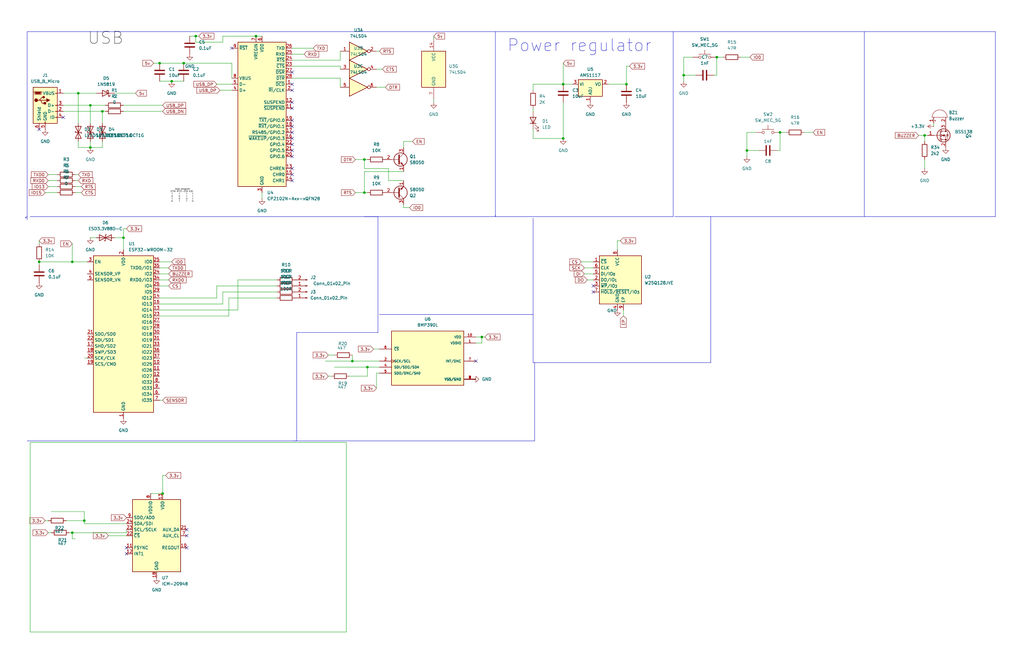
<source format=kicad_sch>
(kicad_sch (version 20250114) (generator "eeschema") (generator_version "9.0")
  (paper "USLedger")
  (text "Power regulator" (at 244.348 19.304 0) (effects (font (size 5.08 5.08))))
  (junction (at 67.31 26.67))
  (junction (at 153.67 67.31))
  (junction (at 148.59 152.4))
  (junction (at 237.49 58.42))
  (junction (at 328.93 55.88))
  (junction (at 33.02 39.37))
  (junction (at 77.47 26.67))
  (junction (at 35.56 219.71))
  (junction (at 107.95 15.24))
  (junction (at 30.48 224.79))
  (junction (at 38.1 62.23))
  (junction (at 16.51 110.49))
  (junction (at 264.16 35.56))
  (junction (at 30.48 110.49))
  (junction (at 72.39 34.29))
  (junction (at 153.67 81.28))
  (junction (at 154.94 154.94))
  (junction (at 68.58 208.28))
  (junction (at 302.26 24.13))
  (junction (at 38.1 44.45))
  (junction (at 203.2 142.24))
  (junction (at 389.89 57.15))
  (junction (at 237.49 35.56))
  (junction (at 82.55 15.24))
  (junction (at 314.96 63.5))
  (junction (at 52.07 100.33))
  (junction (at 288.29 31.75))
  (junction (at 43.18 46.99))
  (no_connect (at 53.34 233.68))
  (no_connect (at 123.19 60.96))
  (no_connect (at 123.19 63.5))
  (no_connect (at 123.19 66.04))
  (no_connect (at 26.67 49.53))
  (no_connect (at 123.19 30.48))
  (no_connect (at 200.66 152.4))
  (no_connect (at 16.51 54.61))
  (no_connect (at 78.74 223.52))
  (no_connect (at 123.19 43.18))
  (no_connect (at 97.79 20.32))
  (no_connect (at 123.19 35.56))
  (no_connect (at 123.19 38.1))
  (no_connect (at 78.74 226.06))
  (no_connect (at 123.19 58.42))
  (no_connect (at 78.74 231.14))
  (no_connect (at 250.19 123.19))
  (no_connect (at 123.19 53.34))
  (no_connect (at 123.19 76.2))
  (no_connect (at 123.19 73.66))
  (no_connect (at 123.19 50.8))
  (no_connect (at 53.34 231.14))
  (no_connect (at 123.19 71.12))
  (no_connect (at 123.19 45.72))
  (no_connect (at 123.19 55.88))
  (no_connect (at 250.19 120.65))
  (wire (pts (xy 33.02 62.23) (xy 38.1 62.23)))
  (wire (pts (xy 45.72 226.06) (xy 53.34 226.06)))
  (wire (pts (xy 203.2 142.24) (xy 204.47 142.24)))
  (wire (pts (xy 163.83 76.2) (xy 163.83 71.12)))
  (polyline (pts (xy 125.095 186.055) (xy 125.095 140.335)))
  (wire (pts (xy 53.34 223.52) (xy 53.34 224.79)))
  (wire (pts (xy 314.96 55.88) (xy 314.96 63.5)))
  (wire (pts (xy 246.38 113.03) (xy 250.19 113.03)))
  (wire (pts (xy 123.19 27.94) (xy 143.51 27.94)))
  (wire (pts (xy 327.66 63.5) (xy 328.93 63.5)))
  (wire (pts (xy 92.71 38.1) (xy 97.79 38.1)))
  (wire (pts (xy 107.95 15.24) (xy 93.98 15.24)))
  (wire (pts (xy 100.33 118.11) (xy 116.84 118.11)))
  (wire (pts (xy 30.48 110.49) (xy 36.83 110.49)))
  (wire (pts (xy 91.44 120.65) (xy 91.44 125.73)))
  (wire (pts (xy 246.38 115.57) (xy 250.19 115.57)))
  (wire (pts (xy 200.66 160.02) (xy 199.39 160.02)))
  (wire (pts (xy 163.83 71.12) (xy 153.67 71.12)))
  (wire (pts (xy 260.35 101.6) (xy 261.62 101.6)))
  (polyline (pts (xy 224.79 92.075) (xy 224.79 153.035)))
  (wire (pts (xy 31.75 227.33) (xy 30.48 227.33)))
  (wire (pts (xy 153.67 67.31) (xy 154.94 67.31)))
  (polyline (pts (xy 283.845 91.44) (xy 208.915 91.44)))
  (wire (pts (xy 38.1 44.45) (xy 38.1 52.07)))
  (wire (pts (xy 264.16 27.94) (xy 264.16 35.56)))
  (wire (pts (xy 265.43 27.94) (xy 264.16 27.94)))
  (wire (pts (xy 160.02 21.59) (xy 158.75 21.59)))
  (wire (pts (xy 162.56 36.83) (xy 158.75 36.83)))
  (wire (pts (xy 34.29 78.74) (xy 31.75 78.74)))
  (wire (pts (xy 30.48 224.79) (xy 29.21 224.79)))
  (wire (pts (xy 34.29 81.28) (xy 31.75 81.28)))
  (wire (pts (xy 170.18 76.2) (xy 163.83 76.2)))
  (wire (pts (xy 237.49 43.18) (xy 237.49 58.42)))
  (wire (pts (xy 30.48 102.87) (xy 30.48 110.49)))
  (polyline (pts (xy 419.735 91.44) (xy 419.735 13.335)))
  (wire (pts (xy 16.51 110.49) (xy 16.51 111.76)))
  (wire (pts (xy 20.32 78.74) (xy 24.13 78.74)))
  (wire (pts (xy 172.72 87.63) (xy 170.18 87.63)))
  (polyline (pts (xy 224.79 153.035) (xy 299.72 153.035)))
  (wire (pts (xy 173.99 59.69) (xy 170.18 59.69)))
  (wire (pts (xy 224.79 35.56) (xy 237.49 35.56)))
  (wire (pts (xy 224.79 58.42) (xy 237.49 58.42)))
  (wire (pts (xy 68.58 200.66) (xy 68.58 208.28)))
  (wire (pts (xy 19.05 219.71) (xy 20.32 219.71)))
  (polyline (pts (xy 364.49 91.44) (xy 364.49 13.335)))
  (wire (pts (xy 68.58 44.45) (xy 52.07 44.45)))
  (wire (pts (xy 97.79 26.67) (xy 97.79 33.02)))
  (wire (pts (xy 138.43 149.86) (xy 140.97 149.86)))
  (wire (pts (xy 110.49 15.24) (xy 107.95 15.24)))
  (wire (pts (xy 312.42 24.13) (xy 316.23 24.13)))
  (wire (pts (xy 93.98 15.24) (xy 93.98 17.78)))
  (polyline (pts (xy 208.915 13.335) (xy 283.845 13.335)))
  (wire (pts (xy 26.67 39.37) (xy 33.02 39.37)))
  (wire (pts (xy 157.48 147.32) (xy 160.02 147.32)))
  (wire (pts (xy 19.05 81.28) (xy 24.13 81.28)))
  (wire (pts (xy 300.99 31.75) (xy 302.26 31.75)))
  (wire (pts (xy 123.19 33.02) (xy 143.51 33.02)))
  (wire (pts (xy 149.86 67.31) (xy 153.67 67.31)))
  (wire (pts (xy 69.85 200.66) (xy 68.58 200.66)))
  (polyline (pts (xy 12.7 91.44) (xy 208.915 91.44)))
  (wire (pts (xy 237.49 35.56) (xy 241.3 35.56)))
  (wire (pts (xy 33.02 39.37) (xy 40.64 39.37)))
  (wire (pts (xy 33.02 59.69) (xy 33.02 62.23)))
  (wire (pts (xy 63.5 208.28) (xy 68.58 208.28)))
  (wire (pts (xy 153.67 72.39) (xy 153.67 81.28)))
  (wire (pts (xy 302.26 24.13) (xy 304.8 24.13)))
  (wire (pts (xy 224.79 54.61) (xy 224.79 58.42)))
  (wire (pts (xy 154.94 154.94) (xy 154.94 158.75)))
  (wire (pts (xy 146.05 266.7) (xy 12.7 266.7)))
  (wire (pts (xy 143.51 27.94) (xy 143.51 29.21)))
  (polyline (pts (xy 284.48 91.44) (xy 364.49 91.44)))
  (wire (pts (xy 182.88 41.91) (xy 182.88 43.18)))
  (wire (pts (xy 170.18 87.63) (xy 170.18 86.36)))
  (polyline (pts (xy 11.43 91.44) (xy 10.795 92.075)))
  (wire (pts (xy 52.07 100.33) (xy 52.07 105.41)))
  (wire (pts (xy 82.55 17.78) (xy 82.55 15.24)))
  (wire (pts (xy 38.1 100.33) (xy 40.64 100.33)))
  (polyline (pts (xy 159.385 91.44) (xy 153.67 91.44)))
  (wire (pts (xy 143.51 25.4) (xy 143.51 21.59)))
  (wire (pts (xy 44.45 46.99) (xy 43.18 46.99)))
  (wire (pts (xy 12.7 186.69) (xy 146.05 186.69)))
  (wire (pts (xy 389.89 67.31) (xy 389.89 71.12)))
  (wire (pts (xy 33.02 73.66) (xy 31.75 73.66)))
  (wire (pts (xy 83.82 15.24) (xy 82.55 15.24)))
  (wire (pts (xy 35.56 215.9) (xy 35.56 219.71)))
  (polyline (pts (xy 208.915 91.44) (xy 208.915 13.335)))
  (wire (pts (xy 116.84 120.65) (xy 91.44 120.65)))
  (wire (pts (xy 64.77 26.67) (xy 67.31 26.67)))
  (wire (pts (xy 96.52 133.35) (xy 96.52 125.73)))
  (wire (pts (xy 20.32 73.66) (xy 24.13 73.66)))
  (wire (pts (xy 224.79 38.1) (xy 224.79 35.56)))
  (wire (pts (xy 52.07 96.52) (xy 52.07 100.33)))
  (wire (pts (xy 48.26 100.33) (xy 52.07 100.33)))
  (wire (pts (xy 68.58 168.91) (xy 67.31 168.91)))
  (wire (pts (xy 67.31 130.81) (xy 100.33 130.81)))
  (wire (pts (xy 93.98 128.27) (xy 93.98 123.19)))
  (wire (pts (xy 314.96 63.5) (xy 320.04 63.5)))
  (polyline (pts (xy 283.845 13.335) (xy 283.845 91.44)))
  (wire (pts (xy 161.29 29.21) (xy 158.75 29.21)))
  (wire (pts (xy 20.32 76.2) (xy 24.13 76.2)))
  (wire (pts (xy 33.02 76.2) (xy 31.75 76.2)))
  (wire (pts (xy 318.77 55.88) (xy 314.96 55.88)))
  (polyline (pts (xy 11.43 186.055) (xy 125.095 186.055)))
  (wire (pts (xy 148.59 149.86) (xy 148.59 152.4)))
  (wire (pts (xy 245.11 110.49) (xy 250.19 110.49)))
  (wire (pts (xy 71.12 120.65) (xy 67.31 120.65)))
  (wire (pts (xy 72.39 110.49) (xy 67.31 110.49)))
  (wire (pts (xy 67.31 34.29) (xy 72.39 34.29)))
  (wire (pts (xy 247.65 118.11) (xy 250.19 118.11)))
  (wire (pts (xy 328.93 55.88) (xy 331.47 55.88)))
  (wire (pts (xy 224.79 46.99) (xy 224.79 45.72)))
  (wire (pts (xy 16.51 110.49) (xy 30.48 110.49)))
  (polyline (pts (xy 11.43 13.335) (xy 11.43 92.71)))
  (wire (pts (xy 389.89 57.15) (xy 391.16 57.15)))
  (wire (pts (xy 91.44 35.56) (xy 97.79 35.56)))
  (polyline (pts (xy 208.915 91.44) (xy 208.915 90.805)))
  (wire (pts (xy 91.44 125.73) (xy 67.31 125.73)))
  (wire (pts (xy 57.15 39.37) (xy 48.26 39.37)))
  (wire (pts (xy 53.34 224.79) (xy 30.48 224.79)))
  (wire (pts (xy 35.56 151.13) (xy 36.83 151.13)))
  (wire (pts (xy 71.12 113.03) (xy 67.31 113.03)))
  (wire (pts (xy 20.32 224.79) (xy 21.59 224.79)))
  (wire (pts (xy 43.18 59.69) (xy 43.18 62.23)))
  (wire (pts (xy 44.45 44.45) (xy 38.1 44.45)))
  (wire (pts (xy 30.48 227.33) (xy 30.48 224.79)))
  (wire (pts (xy 387.35 57.15) (xy 389.89 57.15)))
  (wire (pts (xy 100.33 130.81) (xy 100.33 118.11)))
  (wire (pts (xy 77.47 26.67) (xy 97.79 26.67)))
  (wire (pts (xy 182.88 15.24) (xy 182.88 16.51)))
  (wire (pts (xy 264.16 35.56) (xy 256.54 35.56)))
  (wire (pts (xy 38.1 44.45) (xy 26.67 44.45)))
  (wire (pts (xy 123.19 25.4) (xy 143.51 25.4)))
  (polyline (pts (xy 225.425 153.035) (xy 225.425 186.055)))
  (wire (pts (xy 262.89 133.35) (xy 262.89 130.81)))
  (wire (pts (xy 137.16 152.4) (xy 148.59 152.4)))
  (wire (pts (xy 52.07 46.99) (xy 68.58 46.99)))
  (wire (pts (xy 288.29 24.13) (xy 288.29 31.75)))
  (wire (pts (xy 21.59 215.9) (xy 35.56 215.9)))
  (wire (pts (xy 170.18 59.69) (xy 170.18 62.23)))
  (wire (pts (xy 148.59 152.4) (xy 160.02 152.4)))
  (wire (pts (xy 143.51 33.02) (xy 143.51 36.83)))
  (wire (pts (xy 170.18 72.39) (xy 153.67 72.39)))
  (wire (pts (xy 302.26 31.75) (xy 302.26 24.13)))
  (wire (pts (xy 288.29 31.75) (xy 293.37 31.75)))
  (wire (pts (xy 154.94 158.75) (xy 147.32 158.75)))
  (wire (pts (xy 132.08 20.32) (xy 123.19 20.32)))
  (wire (pts (xy 153.67 71.12) (xy 153.67 67.31)))
  (wire (pts (xy 149.86 81.28) (xy 153.67 81.28)))
  (polyline (pts (xy 125.095 140.335) (xy 159.385 140.335)))
  (wire (pts (xy 292.1 24.13) (xy 288.29 24.13)))
  (polyline (pts (xy 123.825 186.055) (xy 225.425 186.055)))
  (wire (pts (xy 260.35 105.41) (xy 260.35 101.6)))
  (wire (pts (xy 53.34 220.98) (xy 35.56 220.98)))
  (wire (pts (xy 38.1 59.69) (xy 38.1 62.23)))
  (wire (pts (xy 43.18 62.23) (xy 38.1 62.23)))
  (polyline (pts (xy 419.735 13.335) (xy 364.49 13.335)))
  (wire (pts (xy 288.29 31.75) (xy 288.29 34.29)))
  (wire (pts (xy 123.19 22.86) (xy 128.27 22.86)))
  (wire (pts (xy 203.2 144.78) (xy 203.2 142.24)))
  (wire (pts (xy 154.94 154.94) (xy 160.02 154.94)))
  (wire (pts (xy 67.31 26.67) (xy 77.47 26.67)))
  (wire (pts (xy 67.31 133.35) (xy 96.52 133.35)))
  (wire (pts (xy 67.31 118.11) (xy 71.12 118.11)))
  (wire (pts (xy 146.05 186.69) (xy 146.05 266.7)))
  (wire (pts (xy 200.66 142.24) (xy 203.2 142.24)))
  (wire (pts (xy 67.31 115.57) (xy 71.12 115.57)))
  (wire (pts (xy 43.18 46.99) (xy 43.18 52.07)))
  (wire (pts (xy 153.67 81.28) (xy 154.94 81.28)))
  (polyline (pts (xy 160.02 132.715) (xy 224.79 132.715)))
  (wire (pts (xy 393.7 52.07) (xy 393.7 53.34)))
  (wire (pts (xy 160.02 157.48) (xy 158.75 157.48)))
  (wire (pts (xy 93.98 17.78) (xy 82.55 17.78)))
  (wire (pts (xy 53.34 96.52) (xy 52.07 96.52)))
  (wire (pts (xy 96.52 125.73) (xy 116.84 125.73)))
  (wire (pts (xy 110.49 81.28) (xy 110.49 83.82)))
  (wire (pts (xy 200.66 144.78) (xy 203.2 144.78)))
  (wire (pts (xy 82.55 15.24) (xy 80.01 15.24)))
  (polyline (pts (xy 364.49 91.44) (xy 419.735 91.44)))
  (polyline (pts (xy 364.49 13.335) (xy 283.845 13.335)))
  (wire (pts (xy 314.96 63.5) (xy 314.96 66.04)))
  (wire (pts (xy 72.39 34.29) (xy 77.47 34.29)))
  (polyline (pts (xy 10.795 91.44) (xy 10.795 92.075)))
  (wire (pts (xy 328.93 63.5) (xy 328.93 55.88)))
  (wire (pts (xy 237.49 26.67) (xy 237.49 35.56)))
  (polyline (pts (xy 299.72 153.035) (xy 299.72 91.44)))
  (wire (pts (xy 43.18 46.99) (xy 26.67 46.99)))
  (wire (pts (xy 12.7 266.7) (xy 12.7 186.69)))
  (wire (pts (xy 35.56 219.71) (xy 27.94 219.71)))
  (wire (pts (xy 93.98 123.19) (xy 116.84 123.19)))
  (wire (pts (xy 67.31 128.27) (xy 93.98 128.27)))
  (wire (pts (xy 35.56 220.98) (xy 35.56 219.71)))
  (wire (pts (xy 158.75 157.48) (xy 158.75 163.83)))
  (polyline (pts (xy 159.385 140.335) (xy 159.385 91.44)))
  (wire (pts (xy 138.43 158.75) (xy 139.7 158.75)))
  (wire (pts (xy 16.51 102.87) (xy 16.51 101.6)))
  (polyline (pts (xy 208.915 13.335) (xy 11.43 13.335)))
  (wire (pts (xy 33.02 39.37) (xy 33.02 52.07)))
  (wire (pts (xy 389.89 57.15) (xy 389.89 59.69)))
  (wire (pts (xy 339.09 55.88) (xy 342.9 55.88)))
  (wire (pts (xy 140.97 154.94) (xy 154.94 154.94)))
  (image (at 77.47 82.55) (scale 0.260315))
  (label "USB" (at 36.83 20.32 0) (effects (font (size 5.08 5.08))))
  (global_label "DI" (shape input) (at 246.38 115.57 180) (property "Intersheetrefs" "${INTERSHEET_REFS}" (effects (hide yes))))
  (global_label "5v" (shape input) (at 64.77 26.67 180) (property "Intersheetrefs" "${INTERSHEET_REFS}" (effects (hide yes))))
  (global_label "3.3v" (shape input) (at 261.62 101.6 0) (property "Intersheetrefs" "${INTERSHEET_REFS}" (effects (hide yes))))
  (global_label "5v" (shape input) (at 182.88 15.24 0) (property "Intersheetrefs" "${INTERSHEET_REFS}" (effects (hide yes))))
  (global_label "IO15" (shape input) (at 19.05 81.28 180) (property "Intersheetrefs" "${INTERSHEET_REFS}" (effects (hide yes))))
  (global_label "TXD0" (shape input) (at 20.32 73.66 180) (property "Intersheetrefs" "${INTERSHEET_REFS}" (effects (hide yes))))
  (global_label "3.3v" (shape input) (at 53.34 96.52 0) (property "Intersheetrefs" "${INTERSHEET_REFS}" (effects (hide yes))))
  (global_label "3.3v" (shape input) (at 157.48 147.32 180) (property "Intersheetrefs" "${INTERSHEET_REFS}" (effects (hide yes))))
  (global_label "3.3v" (shape input) (at 69.85 200.66 0) (property "Intersheetrefs" "${INTERSHEET_REFS}" (effects (hide yes))))
  (global_label "RTS" (shape input) (at 34.29 78.74 0) (property "Intersheetrefs" "${INTERSHEET_REFS}" (effects (hide yes))))
  (global_label "EN" (shape input) (at 342.9 55.88 0) (property "Intersheetrefs" "${INTERSHEET_REFS}" (effects (hide yes))))
  (global_label "SENSOR" (shape input) (at 68.58 168.91 0) (property "Intersheetrefs" "${INTERSHEET_REFS}" (effects (hide yes))))
  (global_label "USB_DN" (shape input) (at 68.58 46.99 0) (property "Intersheetrefs" "${INTERSHEET_REFS}" (effects (hide yes))))
  (global_label "3.3v" (shape input) (at 204.47 142.24 0) (property "Intersheetrefs" "${INTERSHEET_REFS}" (effects (hide yes))))
  (global_label "5v" (shape input) (at 57.15 39.37 0) (property "Intersheetrefs" "${INTERSHEET_REFS}" (effects (hide yes))))
  (global_label "RXD0" (shape input) (at 20.32 76.2 180) (property "Intersheetrefs" "${INTERSHEET_REFS}" (effects (hide yes))))
  (global_label "3.3v" (shape input) (at 45.72 226.06 180) (property "Intersheetrefs" "${INTERSHEET_REFS}" (effects (hide yes))))
  (global_label "DTR" (shape input) (at 162.56 36.83 0) (property "Intersheetrefs" "${INTERSHEET_REFS}" (effects (hide yes))))
  (global_label "TXD0" (shape input) (at 71.12 113.03 0) (property "Intersheetrefs" "${INTERSHEET_REFS}" (effects (hide yes))))
  (global_label "CTS" (shape input) (at 34.29 81.28 0) (property "Intersheetrefs" "${INTERSHEET_REFS}" (effects (hide yes))))
  (global_label "IO0" (shape input) (at 316.23 24.13 0) (property "Intersheetrefs" "${INTERSHEET_REFS}" (effects (hide yes))))
  (global_label "CS" (shape input) (at 245.11 110.49 180) (property "Intersheetrefs" "${INTERSHEET_REFS}" (effects (hide yes))))
  (global_label "IO13" (shape input) (at 20.32 78.74 180) (property "Intersheetrefs" "${INTERSHEET_REFS}" (effects (hide yes))))
  (global_label "TXD" (shape input) (at 132.08 20.32 0) (property "Intersheetrefs" "${INTERSHEET_REFS}" (effects (hide yes))))
  (global_label "BUZZER" (shape input) (at 71.12 115.57 0) (property "Intersheetrefs" "${INTERSHEET_REFS}" (effects (hide yes))))
  (global_label "3.3v" (shape input) (at 16.51 101.6 0) (property "Intersheetrefs" "${INTERSHEET_REFS}" (effects (hide yes))))
  (global_label "3.3v" (shape input) (at 138.43 149.86 180) (property "Intersheetrefs" "${INTERSHEET_REFS}" (effects (hide yes))))
  (global_label "USB_DP" (shape input) (at 91.44 35.56 180) (property "Intersheetrefs" "${INTERSHEET_REFS}" (effects (hide yes))))
  (global_label "5v" (shape input) (at 237.49 26.67 0) (property "Intersheetrefs" "${INTERSHEET_REFS}" (effects (hide yes))))
  (global_label "CTS" (shape input) (at 161.29 29.21 0) (property "Intersheetrefs" "${INTERSHEET_REFS}" (effects (hide yes))))
  (global_label "RXD" (shape input) (at 128.27 22.86 0) (property "Intersheetrefs" "${INTERSHEET_REFS}" (effects (hide yes))))
  (global_label "3.3v" (shape input) (at 138.43 158.75 180) (property "Intersheetrefs" "${INTERSHEET_REFS}" (effects (hide yes))))
  (global_label "RTS" (shape input) (at 149.86 81.28 180) (property "Intersheetrefs" "${INTERSHEET_REFS}" (effects (hide yes))))
  (global_label "DTR" (shape input) (at 149.86 67.31 180) (property "Intersheetrefs" "${INTERSHEET_REFS}" (effects (hide yes))))
  (global_label "EP" (shape input) (at 262.89 133.35 270) (property "Intersheetrefs" "${INTERSHEET_REFS}" (effects (hide yes))))
  (global_label "RTS" (shape input) (at 160.02 21.59 0) (property "Intersheetrefs" "${INTERSHEET_REFS}" (effects (hide yes))))
  (global_label "CS" (shape input) (at 71.12 120.65 0) (property "Intersheetrefs" "${INTERSHEET_REFS}" (effects (hide yes))))
  (global_label "RXD0" (shape input) (at 71.12 118.11 0) (property "Intersheetrefs" "${INTERSHEET_REFS}" (effects (hide yes))))
  (global_label "BUZZER" (shape input) (at 387.35 57.15 180) (property "Intersheetrefs" "${INTERSHEET_REFS}" (effects (hide yes))))
  (global_label "3.3v" (shape input) (at 20.32 224.79 180) (property "Intersheetrefs" "${INTERSHEET_REFS}" (effects (hide yes))))
  (global_label "USB_DP" (shape input) (at 92.71 38.1 180) (property "Intersheetrefs" "${INTERSHEET_REFS}" (effects (hide yes))))
  (global_label "3.3v" (shape input) (at 158.75 163.83 180) (property "Intersheetrefs" "${INTERSHEET_REFS}" (effects (hide yes))))
  (global_label "IO0" (shape input) (at 72.39 110.49 0) (property "Intersheetrefs" "${INTERSHEET_REFS}" (effects (hide yes))))
  (global_label "EN" (shape input) (at 173.99 59.69 0) (property "Intersheetrefs" "${INTERSHEET_REFS}" (effects (hide yes))))
  (global_label "SCK" (shape input) (at 246.38 113.03 180) (property "Intersheetrefs" "${INTERSHEET_REFS}" (effects (hide yes))))
  (global_label "IO0" (shape input) (at 172.72 87.63 0) (property "Intersheetrefs" "${INTERSHEET_REFS}" (effects (hide yes))))
  (global_label "RXD" (shape input) (at 33.02 76.2 0) (property "Intersheetrefs" "${INTERSHEET_REFS}" (effects (hide yes))))
  (global_label "EN" (shape input) (at 30.48 102.87 180) (property "Intersheetrefs" "${INTERSHEET_REFS}" (effects (hide yes))))
  (global_label "3.3v" (shape input) (at 53.34 218.44 180) (property "Intersheetrefs" "${INTERSHEET_REFS}" (effects (hide yes))))
  (global_label "TXD" (shape input) (at 33.02 73.66 0) (property "Intersheetrefs" "${INTERSHEET_REFS}" (effects (hide yes))))
  (global_label "USB_DP" (shape input) (at 68.58 44.45 0) (property "Intersheetrefs" "${INTERSHEET_REFS}" (effects (hide yes))))
  (global_label "DO" (shape input) (at 247.65 118.11 180) (property "Intersheetrefs" "${INTERSHEET_REFS}" (effects (hide yes))))
  (global_label "3.3v" (shape input) (at 265.43 27.94 0) (property "Intersheetrefs" "${INTERSHEET_REFS}" (effects (hide yes))))
  (global_label "3.3v" (shape input) (at 19.05 219.71 180) (property "Intersheetrefs" "${INTERSHEET_REFS}" (effects (hide yes))))
  (global_label "3.3v" (shape input) (at 83.82 15.24 0) (property "Intersheetrefs" "${INTERSHEET_REFS}" (effects (hide yes))))
  (symbol (lib_id "Device:R") (at 25.4 224.79 90) (unit 1)
    (property "Reference" "R21" (at 26.416 227.838 90))
    (property "Value" "4k7" (at 26.162 229.362 90))
    (property "Footprint" "Resistor_SMD:R_0402_1005Metric" (effects (hide yes)))
    (property "Description" "Resistor" (effects (hide yes)))
  )
  (symbol (lib_id "power:GND") (at 398.78 62.23 0) (unit 1)
    (property "Reference" "#PWR070" (effects (hide yes)))
    (property "Value" "GND" (at 398.78 67.31 0))
    (property "Description" "Power symbol creates a global label with name \"GND\" , ground" (effects (hide yes)))
  )
  (symbol (lib_id "Device:R") (at 27.94 76.2 90) (unit 1)
    (property "Reference" "R5" (at 27.94 69.85 90))
    (property "Value" "0" (at 27.94 72.39 90))
    (property "Description" "Resistor" (effects (hide yes)))
  )
  (symbol (lib_id "power:+3.3V") (at 393.7 53.34 90) (unit 1)
    (property "Reference" "#PWR015" (effects (hide yes)))
    (property "Value" "+3.3V" (at 389.89 53.3399 90) (effects (justify left)))
    (property "Description" "Power symbol creates a global label with name \"+3.3V\"" (effects (hide yes)))
  )
  (symbol (lib_id "power:GND") (at 199.39 160.02 90) (unit 1)
    (property "Reference" "#PWR0168" (effects (hide yes)))
    (property "Value" "GND" (at 203.2 160.0199 90) (effects (justify right)))
    (property "Description" "Power symbol creates a global label with name \"GND\" , ground" (effects (hide yes)))
  )
  (symbol (lib_id "Device:R") (at 27.94 78.74 90) (unit 1)
    (property "Reference" "R6" (at 27.94 72.39 90))
    (property "Value" "0" (at 27.94 74.93 90))
    (property "Description" "Resistor" (effects (hide yes)))
  )
  (symbol (lib_id "Device:C") (at 77.47 30.48 0) (unit 1)
    (property "Reference" "C2" (at 81.28 29.2099 0) (effects (justify left)))
    (property "Value" "0.1uF" (at 81.28 31.7499 0) (effects (justify left)))
    (property "Description" "Unpolarized capacitor" (effects (hide yes)))
  )
  (symbol (lib_id "Device:R") (at 143.51 158.75 90) (unit 1)
    (property "Reference" "R19" (at 144.526 161.798 90))
    (property "Value" "4k7" (at 144.272 163.322 90))
    (property "Footprint" "Resistor_SMD:R_0402_1005Metric" (effects (hide yes)))
    (property "Description" "Resistor" (effects (hide yes)))
  )
  (symbol (lib_id "power:GND") (at 72.39 34.29 0) (unit 1)
    (property "Reference" "#PWR04" (effects (hide yes)))
    (property "Value" "GND" (at 72.39 39.37 0))
    (property "Description" "Power symbol creates a global label with name \"GND\" , ground" (effects (hide yes)))
  )
  (symbol (lib_id "Transistor_BJT:S8050") (at 167.64 81.28 0) (mirror x) (unit 1)
    (property "Reference" "Q2" (at 172.72 82.5501 0) (effects (justify left)))
    (property "Value" "S8050" (at 172.72 80.0101 0) (effects (justify left)))
    (property "Footprint" "Package_TO_SOT_THT:TO-92_Inline" (effects (hide yes)))
    (property "Datasheet" "http://www.unisonic.com.tw/datasheet/S8050.pdf" (effects (hide yes)))
    (property "Description" "0.7A Ic, 20V Vce, Low Voltage High Current NPN Transistor, TO-92" (effects (hide yes)))
  )
  (symbol (lib_id "power:GND") (at 80.01 22.86 0) (unit 1)
    (property "Reference" "#PWR09" (effects (hide yes)))
    (property "Value" "GND" (at 80.01 27.94 0))
    (property "Description" "Power symbol creates a global label with name \"GND\" , ground" (effects (hide yes)))
  )
  (symbol (lib_id "Connector:Conn_01x02_Pin") (at 129.54 120.65 180) (unit 1)
    (property "Reference" "J2" (at 132.08 117.094 0))
    (property "Value" "Conn_01x02_Pin" (at 139.954 119.634 0))
    (property "Description" "Generic connector, single row, 01x02, script generated" (effects (hide yes)))
  )
  (symbol (lib_id "Device:Buzzer") (at 396.24 49.53 90) (unit 1)
    (property "Reference" "BZ1" (at 400.05 47.5048 90) (effects (justify right)))
    (property "Value" "Buzzer" (at 400.05 50.0448 90) (effects (justify right)))
    (property "Footprint" "Buzzer_Beeper:MagneticBuzzer_Kingstate_KCG0601" (effects (hide yes)))
    (property "Description" "Buzzer, polarized" (effects (hide yes)))
  )
  (symbol (lib_id "Device:R") (at 120.65 125.73 90) (unit 1)
    (property "Reference" "R13" (at 120.65 119.38 90))
    (property "Value" "100R" (at 120.65 121.92 90))
    (property "Description" "Resistor" (effects (hide yes)))
  )
  (symbol (lib_id "power:GND") (at 314.96 66.04 0) (unit 1)
    (property "Reference" "#PWR014" (effects (hide yes)))
    (property "Value" "GND" (at 314.96 71.12 0))
    (property "Description" "Power symbol creates a global label with name \"GND\" , ground" (effects (hide yes)))
  )
  (symbol (lib_id "Device:R") (at 24.13 219.71 90) (unit 1)
    (property "Reference" "R22" (at 25.146 222.758 90))
    (property "Value" "4k7" (at 24.892 224.282 90))
    (property "Footprint" "Resistor_SMD:R_0402_1005Metric" (effects (hide yes)))
    (property "Description" "Resistor" (effects (hide yes)))
  )
  (symbol (lib_id "Device:R") (at 389.89 63.5 0) (unit 1)
    (property "Reference" "R34" (at 392.43 62.2299 0) (effects (justify left)))
    (property "Value" "2k2" (at 392.43 64.7699 0) (effects (justify left)))
    (property "Footprint" "Resistor_SMD:R_0402_1005Metric" (effects (hide yes)))
    (property "Description" "Resistor" (effects (hide yes)))
  )
  (symbol (lib_id "Device:R") (at 120.65 123.19 90) (unit 1)
    (property "Reference" "R12" (at 120.65 116.84 90))
    (property "Value" "100R" (at 120.65 119.38 90))
    (property "Description" "Resistor" (effects (hide yes)))
  )
  (symbol (lib_id "Device:R") (at 48.26 44.45 90) (unit 1)
    (property "Reference" "R1" (at 48.26 38.1 90))
    (property "Value" "0" (at 48.26 40.64 90))
    (property "Description" "Resistor" (effects (hide yes)))
  )
  (symbol (lib_id "power:GND") (at 52.07 176.53 0) (unit 1)
    (property "Reference" "#PWR010" (effects (hide yes)))
    (property "Value" "GND" (at 52.07 181.61 0))
    (property "Description" "Power symbol creates a global label with name \"GND\" , ground" (effects (hide yes)))
  )
  (symbol (lib_id "power:GND") (at 110.49 83.82 0) (unit 1)
    (property "Reference" "#PWR03" (effects (hide yes)))
    (property "Value" "GND" (at 110.49 88.9 0))
    (property "Description" "Power symbol creates a global label with name \"GND\" , ground" (effects (hide yes)))
  )
  (symbol (lib_id "power:GND") (at 182.88 43.18 0) (unit 1)
    (property "Reference" "#PWR05" (effects (hide yes)))
    (property "Value" "GND" (at 182.88 48.26 0))
    (property "Description" "Power symbol creates a global label with name \"GND\" , ground" (effects (hide yes)))
  )
  (symbol (lib_id "Device:C") (at 237.49 39.37 0) (unit 1)
    (property "Reference" "C3" (at 241.3 38.0999 0) (effects (justify left)))
    (property "Value" "10uF" (at 241.3 40.6399 0) (effects (justify left)))
    (property "Description" "Unpolarized capacitor" (effects (hide yes)))
  )
  (symbol (lib_id "power:GND") (at 66.04 243.84 0) (unit 1)
    (property "Reference" "#PWR016" (effects (hide yes)))
    (property "Value" "GND" (at 66.04 248.92 0))
    (property "Description" "Power symbol creates a global label with name \"GND\" , ground" (effects (hide yes)))
  )
  (symbol (lib_id "Device:R") (at 48.26 46.99 90) (unit 1)
    (property "Reference" "R2" (at 48.26 40.64 90))
    (property "Value" "0" (at 48.26 43.18 90))
    (property "Description" "Resistor" (effects (hide yes)))
  )
  (symbol (lib_id "Switch:SW_MEC_5G") (at 323.85 55.88 0) (unit 1)
    (property "Reference" "SW2" (at 323.85 48.26 0))
    (property "Value" "SW_MEC_5G" (at 323.85 50.8 0))
    (property "Datasheet" "http://www.apem.com/int/index.php?controller=attachment&id_attachment=488" (effects (hide yes)))
    (property "Description" "MEC 5G single pole normally-open tactile switch" (effects (hide yes)))
  )
  (symbol (lib_id "power:GND") (at 288.29 34.29 0) (unit 1)
    (property "Reference" "#PWR013" (effects (hide yes)))
    (property "Value" "GND" (at 288.29 39.37 0))
    (property "Description" "Power symbol creates a global label with name \"GND\" , ground" (effects (hide yes)))
  )
  (symbol (lib_id "Sensor_Motion:ICM-20948") (at 66.04 226.06 0) (unit 1)
    (property "Reference" "U7" (at 68.1833 243.84 0) (effects (justify left)))
    (property "Value" "ICM-20948" (at 68.1833 246.38 0) (effects (justify left)))
    (property "Footprint" "Sensor_Motion:InvenSense_QFN-24_3x3mm_P0.4mm" (effects (hide yes)))
    (property "Datasheet" "http://www.invensense.com/wp-content/uploads/2016/06/DS-000189-ICM-20948-v1.3.pdf" (effects (hide yes)))
    (property "Description" "InvenSense 9-Axis Motion Sensor, Accelerometer, Gyroscope, Compass, I2C/SPI, QFN-24" (effects (hide yes)))
  )
  (symbol (lib_id "power:GND") (at 16.51 119.38 0) (unit 1)
    (property "Reference" "#PWR011" (effects (hide yes)))
    (property "Value" "GND" (at 16.51 124.46 0))
    (property "Description" "Power symbol creates a global label with name \"GND\" , ground" (effects (hide yes)))
  )
  (symbol (lib_id "Device:D_TVS") (at 43.18 55.88 270) (unit 1)
    (property "Reference" "D4" (at 45.72 54.6099 90) (effects (justify left)))
    (property "Value" "LESD5D5.0CT1G" (at 45.72 57.1499 90) (effects (justify left)))
    (property "Description" "Bidirectional transient-voltage-suppression diode" (effects (hide yes)))
  )
  (symbol (lib_id "Regulator_Linear:AMS1117") (at 248.92 35.56 0) (unit 1)
    (property "Reference" "U5" (at 248.92 29.21 0))
    (property "Value" "AMS1117" (at 248.92 31.75 0))
    (property "Footprint" "Package_TO_SOT_SMD:SOT-223-3_TabPin2" (effects (hide yes)))
    (property "Datasheet" "http://www.advanced-monolithic.com/pdf/ds1117.pdf" (effects (hide yes)))
    (property "Description" "1A Low Dropout regulator, positive, adjustable output, SOT-223" (effects (hide yes)))
  )
  (symbol (lib_id "power:GND") (at 38.1 100.33 0) (unit 1)
    (property "Reference" "#PWR012" (effects (hide yes)))
    (property "Value" "GND" (at 38.1 105.41 0))
    (property "Description" "Power symbol creates a global label with name \"GND\" , ground" (effects (hide yes)))
  )
  (symbol (lib_id "Memory_Flash:W25Q128JVE") (at 260.35 118.11 0) (unit 1)
    (property "Reference" "U2" (at 271.78 116.8399 0) (effects (justify left)))
    (property "Value" "W25Q128JVE" (at 271.78 119.3799 0) (effects (justify left)))
    (property "Footprint" "Package_SON:WSON-8-1EP_8x6mm_P1.27mm_EP3.4x4.3mm" (effects (hide yes)))
    (property "Datasheet" "https://www.winbond.com/resource-files/w25q128jv_dtr%20revc%2003272018%20plus.pdf" (effects (hide yes)))
    (property "Description" "128Mbit / 16MiB Serial Flash Memory, Standard/Dual/Quad SPI, 2.7-3.6V, WSON-8" (effects (hide yes)))
  )
  (symbol (lib_id "74xx:74LS04") (at 182.88 29.21 0) (unit 7)
    (property "Reference" "U3" (at 189.23 27.9399 0) (effects (justify left)))
    (property "Value" "74LS04" (at 189.23 30.4799 0) (effects (justify left)))
    (property "Datasheet" "http://www.ti.com/lit/gpn/sn74LS04" (effects (hide yes)))
    (property "Description" "Hex Inverter" (effects (hide yes)))
  )
  (symbol (lib_id "Device:R") (at 16.51 106.68 0) (unit 1)
    (property "Reference" "R14" (at 19.05 105.4099 0) (effects (justify left)))
    (property "Value" "10K" (at 19.05 107.9499 0) (effects (justify left)))
    (property "Description" "Resistor" (effects (hide yes)))
  )
  (symbol (lib_id "Diode:1N5819") (at 44.45 39.37 180) (unit 1)
    (property "Reference" "D5" (at 44.7675 33.02 0))
    (property "Value" "1N5819" (at 44.7675 35.56 0))
    (property "Footprint" "Diode_THT:D_DO-41_SOD81_P10.16mm_Horizontal" (effects (hide yes)))
    (property "Datasheet" "http://www.vishay.com/docs/88525/1n5817.pdf" (effects (hide yes)))
    (property "Description" "40V 1A Schottky Barrier Rectifier Diode, DO-41" (effects (hide yes)))
  )
  (symbol (lib_id "power:GND") (at 260.35 130.81 0) (unit 1)
    (property "Reference" "#PWR0182" (effects (hide yes)))
    (property "Value" "GND" (at 258.064 131.064 0))
    (property "Description" "Power symbol creates a global label with name \"GND\" , ground" (effects (hide yes)))
  )
  (symbol (lib_id "power:GND") (at 248.92 43.18 0) (unit 1)
    (property "Reference" "#PWR07" (effects (hide yes)))
    (property "Value" "GND" (at 248.92 48.26 0))
    (property "Description" "Power symbol creates a global label with name \"GND\" , ground" (effects (hide yes)))
  )
  (symbol (lib_id "Device:R") (at 224.79 41.91 0) (unit 1)
    (property "Reference" "R4" (at 227.33 40.6399 0) (effects (justify left)))
    (property "Value" "2K" (at 227.33 43.1799 0) (effects (justify left)))
    (property "Description" "Resistor" (effects (hide yes)))
  )
  (symbol (lib_id "Connector:USB_B_Micro") (at 19.05 44.45 0) (unit 1)
    (property "Reference" "J1" (at 19.05 31.75 0))
    (property "Value" "USB_B_Micro" (at 19.05 34.29 0))
    (property "Description" "USB Micro Type B connector" (effects (hide yes)))
  )
  (symbol (lib_id "Device:R") (at 308.61 24.13 270) (unit 1)
    (property "Reference" "R15" (at 308.61 17.78 90))
    (property "Value" "47R" (at 308.61 20.32 90))
    (property "Description" "Resistor" (effects (hide yes)))
  )
  (symbol (lib_id "Device:C") (at 264.16 39.37 0) (unit 1)
    (property "Reference" "C4" (at 267.97 38.0999 0) (effects (justify left)))
    (property "Value" "10uF" (at 267.97 40.6399 0) (effects (justify left)))
    (property "Description" "Unpolarized capacitor" (effects (hide yes)))
  )
  (symbol (lib_id "Device:R") (at 27.94 81.28 90) (unit 1)
    (property "Reference" "R7" (at 27.94 74.93 90))
    (property "Value" "0" (at 27.94 77.47 90))
    (property "Description" "Resistor" (effects (hide yes)))
  )
  (symbol (lib_id "Device:C") (at 67.31 30.48 0) (unit 1)
    (property "Reference" "C1" (at 71.12 29.2099 0) (effects (justify left)))
    (property "Value" "10uF" (at 71.12 31.7499 0) (effects (justify left)))
    (property "Description" "Unpolarized capacitor" (effects (hide yes)))
  )
  (symbol (lib_id "Device:D_TVS") (at 38.1 55.88 270) (unit 1)
    (property "Reference" "D3" (at 40.64 54.6099 90) (effects (justify left)))
    (property "Value" "LESD5D5.0CT1G" (at 40.64 57.1499 90) (effects (justify left)))
    (property "Description" "Bidirectional transient-voltage-suppression diode" (effects (hide yes)))
  )
  (symbol (lib_id "Device:C") (at 323.85 63.5 90) (unit 1)
    (property "Reference" "C8" (at 323.85 68.072 90))
    (property "Value" "1nF" (at 323.85 59.69 90))
    (property "Description" "Unpolarized capacitor" (effects (hide yes)))
  )
  (symbol (lib_id "74xx:74LS04") (at 151.13 21.59 0) (unit 1)
    (property "Reference" "U3" (at 151.13 12.7 0))
    (property "Value" "74LS04" (at 151.13 15.24 0))
    (property "Datasheet" "http://www.ti.com/lit/gpn/sn74LS04" (effects (hide yes)))
    (property "Description" "Hex Inverter" (effects (hide yes)))
  )
  (symbol (lib_id "Device:LED") (at 224.79 50.8 90) (unit 1)
    (property "Reference" "D1" (at 228.6 51.1174 90) (effects (justify right)))
    (property "Value" "LED" (at 228.6 53.6574 90) (effects (justify right)))
    (property "Description" "Light emitting diode" (effects (hide yes)))
    (property "Sim.Pins" "1=K 2=A" (effects (hide yes)))
  )
  (symbol (lib_id "Switch:SW_MEC_5G") (at 297.18 24.13 0) (unit 1)
    (property "Reference" "SW1" (at 297.18 16.51 0))
    (property "Value" "SW_MEC_5G" (at 297.18 19.05 0))
    (property "Datasheet" "http://www.apem.com/int/index.php?controller=attachment&id_attachment=488" (effects (hide yes)))
    (property "Description" "MEC 5G single pole normally-open tactile switch" (effects (hide yes)))
  )
  (symbol (lib_id "Connector:Conn_01x02_Pin") (at 129.54 125.73 180) (unit 1)
    (property "Reference" "J3" (at 130.81 123.1899 0) (effects (justify right)))
    (property "Value" "Conn_01x02_Pin" (at 130.81 125.7299 0) (effects (justify right)))
    (property "Description" "Generic connector, single row, 01x02, script generated" (effects (hide yes)))
  )
  (symbol (lib_id "Interface_USB:CP2102N-Axx-xQFN28") (at 110.49 48.26 0) (unit 1)
    (property "Reference" "U4" (at 112.6333 81.28 0) (effects (justify left)))
    (property "Value" "CP2102N-Axx-xQFN28" (at 112.6333 83.82 0) (effects (justify left)))
    (property "Footprint" "Package_DFN_QFN:QFN-28-1EP_5x5mm_P0.5mm_EP3.35x3.35mm" (effects (hide yes)))
    (property "Datasheet" "https://www.silabs.com/documents/public/data-sheets/cp2102n-datasheet.pdf" (effects (hide yes)))
    (property "Description" "USB to UART master bridge, QFN-28" (effects (hide yes)))
  )
  (symbol (lib_id "Device:R") (at 27.94 73.66 90) (unit 1)
    (property "Reference" "R3" (at 27.94 67.31 90))
    (property "Value" "0" (at 27.94 69.85 90))
    (property "Description" "Resistor" (effects (hide yes)))
  )
  (symbol (lib_id "Device:D_TVS") (at 33.02 55.88 270) (unit 1)
    (property "Reference" "D2" (at 35.56 54.6099 90) (effects (justify left)))
    (property "Value" "LESD5D5.0CT1G" (at 35.56 57.1499 90) (effects (justify left)))
    (property "Description" "Bidirectional transient-voltage-suppression diode" (effects (hide yes)))
  )
  (symbol (lib_id "Device:R") (at 335.28 55.88 270) (unit 1)
    (property "Reference" "R16" (at 335.28 49.53 90))
    (property "Value" "47R" (at 335.28 52.07 90))
    (property "Description" "Resistor" (effects (hide yes)))
  )
  (symbol (lib_id "RF_Module:ESP32-WROOM-32") (at 52.07 140.97 0) (unit 1)
    (property "Reference" "U1" (at 54.2133 102.87 0) (effects (justify left)))
    (property "Value" "ESP32-WROOM-32" (at 54.2133 105.41 0) (effects (justify left)))
    (property "Footprint" "RF_Module:ESP32-WROOM-32" (effects (hide yes)))
    (property "Datasheet" "https://www.espressif.com/sites/default/files/documentation/esp32-wroom-32_datasheet_en.pdf" (effects (hide yes)))
    (property "Description" "RF Module, ESP32-D0WDQ6 SoC, Wi-Fi 802.11b/g/n, Bluetooth, BLE, 32-bit, 2.7-3.6V, onboard antenna, SMD" (effects (hide yes)))
  )
  (symbol (lib_id "power:GND") (at 19.05 54.61 0) (unit 1)
    (property "Reference" "#PWR01" (effects (hide yes)))
    (property "Value" "GND" (at 19.05 59.69 0))
    (property "Description" "Power symbol creates a global label with name \"GND\" , ground" (effects (hide yes)))
  )
  (symbol (lib_id "power:GND") (at 237.49 58.42 0) (unit 1)
    (property "Reference" "#PWR06" (effects (hide yes)))
    (property "Value" "GND" (at 237.49 63.5 0))
    (property "Description" "Power symbol creates a global label with name \"GND\" , ground" (effects (hide yes)))
  )
  (symbol (lib_id "Transistor_BJT:S8050") (at 167.64 67.31 0) (unit 1)
    (property "Reference" "Q1" (at 172.72 66.0399 0) (effects (justify left)))
    (property "Value" "S8050" (at 172.72 68.5799 0) (effects (justify left)))
    (property "Footprint" "Package_TO_SOT_THT:TO-92_Inline" (effects (hide yes)))
    (property "Datasheet" "http://www.unisonic.com.tw/datasheet/S8050.pdf" (effects (hide yes)))
    (property "Description" "0.7A Ic, 20V Vce, Low Voltage High Current NPN Transistor, TO-92" (effects (hide yes)))
  )
  (symbol (lib_id "74xx:74LS04") (at 151.13 36.83 0) (unit 3)
    (property "Reference" "U3" (at 151.13 27.94 0))
    (property "Value" "74LS04" (at 151.13 30.48 0))
    (property "Datasheet" "http://www.ti.com/lit/gpn/sn74LS04" (effects (hide yes)))
    (property "Description" "Hex Inverter" (effects (hide yes)))
  )
  (symbol (lib_id "Device:C") (at 297.18 31.75 90) (unit 1)
    (property "Reference" "C7" (at 297.18 24.13 90))
    (property "Value" "1nF" (at 297.18 26.67 90))
    (property "Description" "Unpolarized capacitor" (effects (hide yes)))
  )
  (symbol (lib_id "Device:C") (at 16.51 115.57 0) (unit 1)
    (property "Reference" "C6" (at 20.32 114.2999 0) (effects (justify left)))
    (property "Value" "0.1uF" (at 20.32 116.8399 0) (effects (justify left)))
    (property "Description" "Unpolarized capacitor" (effects (hide yes)))
  )
  (symbol (lib_id "Transistor_FET:BSS138") (at 396.24 57.15 0) (unit 1)
    (property "Reference" "Q4" (at 408.432 57.404 0))
    (property "Value" "BSS138" (at 406.4 55.626 0))
    (property "Footprint" "Package_TO_SOT_SMD:SOT-23" (effects (hide yes)))
    (property "Datasheet" "https://www.onsemi.com/pub/Collateral/BSS138-D.PDF" (effects (hide yes)))
    (property "Description" "50V Vds, 0.22A Id, N-Channel MOSFET, SOT-23" (effects (hide yes)))
  )
  (symbol (lib_id "power:GND") (at 389.89 71.12 0) (unit 1)
    (property "Reference" "#PWR069" (effects (hide yes)))
    (property "Value" "GND" (at 389.89 76.2 0))
    (property "Description" "Power symbol creates a global label with name \"GND\" , ground" (effects (hide yes)))
  )
  (symbol (lib_id "Device:R") (at 144.78 149.86 90) (unit 1)
    (property "Reference" "R20" (at 144.526 145.034 90))
    (property "Value" "4k7" (at 144.018 146.812 90))
    (property "Footprint" "Resistor_SMD:R_0402_1005Metric" (effects (hide yes)))
    (property "Description" "Resistor" (effects (hide yes)))
  )
  (symbol (lib_id "Device:R") (at 120.65 118.11 90) (unit 1)
    (property "Reference" "R10" (at 120.65 111.76 90))
    (property "Value" "100R" (at 120.65 114.3 90))
    (property "Description" "Resistor" (effects (hide yes)))
  )
  (symbol (lib_id "power:GND") (at 38.1 62.23 0) (unit 1)
    (property "Reference" "#PWR02" (effects (hide yes)))
    (property "Value" "GND" (at 38.1 67.31 0))
    (property "Description" "Power symbol creates a global label with name \"GND\" , ground" (effects (hide yes)))
  )
  (symbol (lib_id "Device:R") (at 158.75 67.31 90) (unit 1)
    (property "Reference" "R8" (at 158.75 60.96 90))
    (property "Value" "10K" (at 158.75 63.5 90))
    (property "Description" "Resistor" (effects (hide yes)))
  )
  (symbol (lib_id "Device:C") (at 80.01 19.05 0) (unit 1)
    (property "Reference" "C5" (at 83.82 17.7799 0) (effects (justify left)))
    (property "Value" "0.1uF" (at 83.82 20.3199 0) (effects (justify left)))
    (property "Description" "Unpolarized capacitor" (effects (hide yes)))
  )
  (symbol (lib_id "power:GND") (at 264.16 43.18 0) (unit 1)
    (property "Reference" "#PWR08" (effects (hide yes)))
    (property "Value" "GND" (at 264.16 48.26 0))
    (property "Description" "Power symbol creates a global label with name \"GND\" , ground" (effects (hide yes)))
  )
  (symbol (lib_id "Device:D_TVS") (at 44.45 100.33 180) (unit 1)
    (property "Reference" "D6" (at 44.45 93.98 0))
    (property "Value" "ESD3.3V88D-C" (at 44.45 96.52 0))
    (property "Description" "Bidirectional transient-voltage-suppression diode" (effects (hide yes)))
  )
  (symbol (lib_id "BMP390L:BMP390L") (at 180.34 152.4 0) (unit 1)
    (property "Reference" "U6" (at 180.34 134.62 0))
    (property "Value" "BMP390L" (at 180.34 137.16 0))
    (property "Footprint" "barometer:XDCR_BMP390L.kicad_mod" (effects (hide yes)))
    (property "MF" "Bosch Sensortec" (effects (hide yes)))
    (property "MAXIMUM_PACKAGE_HEIGHT" "0.8 mm" (effects (hide yes)))
    (property "Package" "None" (effects (hide yes)))
    (property "Price" "None" (effects (hide yes)))
    (property "Check_prices" "https://www.snapeda.com/parts/BMP390L/Bosch/view-part/?ref=eda" (effects (hide yes)))
    (property "STANDARD" "Manufacturer Recommendation" (effects (hide yes)))
    (property "PARTREV" "1.7" (effects (hide yes)))
    (property "SnapEDA_Link" "https://www.snapeda.com/parts/BMP390L/Bosch/view-part/?ref=snap" (effects (hide yes)))
    (property "MP" "BMP390L" (effects (hide yes)))
    (property "Description_1" "\n                        \n                            Pressure Sensor Development Tools Evaluation Shuttle Board for the BMP390L\n                        \n" (effects (hide yes)))
    (property "MANUFACTURER" "BOSCH" (effects (hide yes)))
    (property "Availability" "In Stock" (effects (hide yes)))
    (property "SNAPEDA_PN" "BMP390L" (effects (hide yes)))
  )
  (symbol (lib_id "74xx:74LS04") (at 151.13 29.21 0) (unit 2)
    (property "Reference" "U3" (at 151.13 20.32 0))
    (property "Value" "74LS04" (at 151.13 22.86 0))
    (property "Datasheet" "http://www.ti.com/lit/gpn/sn74LS04" (effects (hide yes)))
    (property "Description" "Hex Inverter" (effects (hide yes)))
  )
  (symbol (lib_id "Device:R") (at 120.65 120.65 90) (unit 1)
    (property "Reference" "R11" (at 120.65 114.3 90))
    (property "Value" "100R" (at 120.65 116.84 90))
    (property "Description" "Resistor" (effects (hide yes)))
  )
  (symbol (lib_id "Device:R") (at 158.75 81.28 90) (unit 1)
    (property "Reference" "R9" (at 158.75 74.93 90))
    (property "Value" "10K" (at 158.75 77.47 90))
    (property "Description" "Resistor" (effects (hide yes)))
  )
)
</source>
